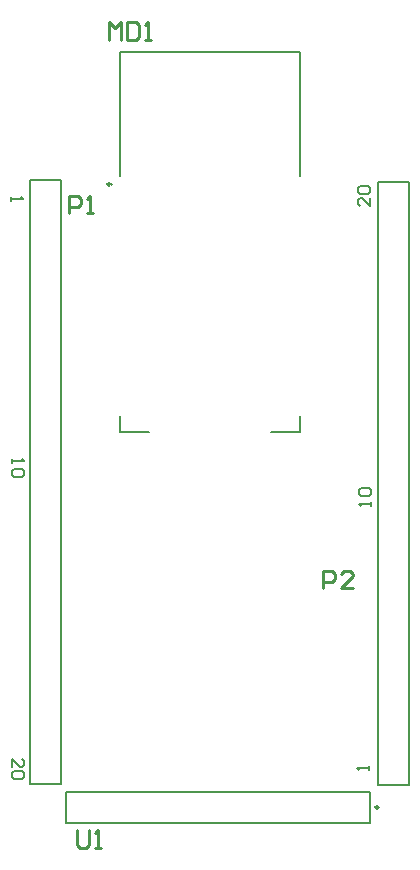
<source format=gto>
%FSTAX23Y23*%
%MOIN*%
%SFA1B1*%

%IPPOS*%
%ADD10C,0.009840*%
%ADD11C,0.007870*%
%ADD12C,0.010000*%
%ADD13C,0.006000*%
%LNpcb2-1*%
%LPD*%
G54D10*
X01482Y03302D02*
D01*
D01*
G75*
G03X01472I-00004J0D01*
G74*G01*
D01*
G75*
G03X01482I00004J0D01*
G74*G01*
X02375Y01225D02*
D01*
D01*
G75*
G03X02365I-00004J0D01*
G74*G01*
D01*
G75*
G03X02375I00004J0D01*
G74*G01*
G54D11*
X01514Y03329D02*
Y03744D01*
Y02475D02*
Y02528D01*
X02018Y02475D02*
X02115D01*
X01514D02*
X01611D01*
X02115Y03329D02*
Y03744D01*
Y02475D02*
Y02528D01*
X01514Y03744D02*
X02115D01*
X02372Y0331D02*
X02477D01*
X02372Y01299D02*
Y0331D01*
Y01299D02*
X02477D01*
Y0331*
X01212Y01304D02*
X01317D01*
X01212D02*
Y03315D01*
X01317*
Y01304D02*
Y03315D01*
X02346Y01172D02*
Y01277D01*
X01333Y01172D02*
X02346D01*
X01333D02*
Y01277D01*
X02346*
G54D12*
X01478Y03783D02*
Y03842D01*
X01497Y03822*
X01517Y03842*
Y03783*
X01537Y03842D02*
Y03783D01*
X01567*
X01577Y03793*
Y03832*
X01567Y03842*
X01537*
X01597Y03783D02*
X01617D01*
X01607*
Y03842*
X01597Y03832*
X0219Y01955D02*
Y02014D01*
X0222*
X0223Y02004*
Y01985*
X0222Y01975*
X0219*
X02289Y01955D02*
X0225D01*
X02289Y01995*
Y02004*
X02279Y02014*
X02259*
X0225Y02004*
X01345Y03205D02*
Y03264D01*
X01375*
X01385Y03254*
Y03235*
X01375Y03225*
X01345*
X01404Y03205D02*
X01424D01*
X01414*
Y03264*
X01404Y03254*
X0137Y01149D02*
Y011D01*
X0138Y0109*
X014*
X0141Y011*
Y01149*
X01429Y0109D02*
X01449D01*
X01439*
Y01149*
X01429Y01139*
G54D13*
X0235Y0223D02*
Y02243D01*
Y02236*
X0231*
X02316Y0223*
Y02263D02*
X0231Y02269D01*
Y02283*
X02316Y02289*
X02343*
X0235Y02283*
Y02269*
X02343Y02263*
X02316*
X02345Y0135D02*
Y01363D01*
Y01356*
X02305*
X02311Y0135*
X02348Y03256D02*
Y03229D01*
X02321Y03256*
X02314*
X02308Y03249*
Y03236*
X02314Y03229*
Y03269D02*
X02308Y03276D01*
Y03289*
X02314Y03296*
X02341*
X02348Y03289*
Y03276*
X02341Y03269*
X02314*
X01155Y02385D02*
Y02371D01*
Y02378*
X01194*
X01188Y02385*
Y02351D02*
X01194Y02345D01*
Y02331*
X01188Y02325*
X01161*
X01155Y02331*
Y02345*
X01161Y02351*
X01188*
X0115Y0326D02*
Y03246D01*
Y03253*
X01189*
X01183Y0326*
X01155Y01358D02*
Y01385D01*
X01181Y01358*
X01188*
X01194Y01365*
Y01378*
X01188Y01385*
Y01345D02*
X01194Y01338D01*
Y01325*
X01188Y01318*
X01161*
X01155Y01325*
Y01338*
X01161Y01345*
X01188*
M02*
</source>
